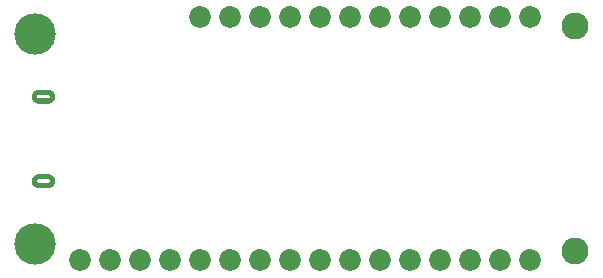
<source format=gbs>
G04*
G04 #@! TF.GenerationSoftware,Altium Limited,Altium Designer,20.2.6 (244)*
G04*
G04 Layer_Color=16711935*
%FSLAX25Y25*%
%MOIN*%
G70*
G04*
G04 #@! TF.SameCoordinates,35E5D78F-83E5-4AAB-BCDB-BF6E4E5D2065*
G04*
G04*
G04 #@! TF.FilePolarity,Negative*
G04*
G01*
G75*
%ADD64C,0.07284*%
%ADD65C,0.09000*%
%ADD66C,0.13800*%
G36*
X11425Y33288D02*
X14375D01*
X14379Y33288D01*
X14383Y33288D01*
X14491Y33285D01*
X14499Y33285D01*
X14506D01*
X14614Y33276D01*
X14622Y33275D01*
X14629Y33274D01*
X14737Y33260D01*
X14744Y33259D01*
X14752Y33258D01*
X14859Y33238D01*
X14866Y33236D01*
X14874Y33235D01*
X14979Y33210D01*
X14986Y33207D01*
X14994Y33206D01*
X15098Y33175D01*
X15105Y33172D01*
X15112Y33170D01*
X15214Y33134D01*
X15221Y33131D01*
X15229Y33128D01*
X15329Y33087D01*
X15336Y33084D01*
X15343Y33081D01*
X15441Y33034D01*
X15447Y33030D01*
X15454Y33027D01*
X15550Y32976D01*
X15556Y32971D01*
X15563Y32968D01*
X15655Y32911D01*
X15662Y32907D01*
X15668Y32903D01*
X15757Y32842D01*
X15764Y32837D01*
X15770Y32832D01*
X15856Y32767D01*
X15862Y32761D01*
X15868Y32757D01*
X15950Y32686D01*
X15956Y32681D01*
X15962Y32676D01*
X16040Y32602D01*
X16046Y32596D01*
X16051Y32591D01*
X16126Y32512D01*
X16131Y32506D01*
X16136Y32501D01*
X16206Y32418D01*
X16211Y32412D01*
X16216Y32406D01*
X16282Y32320D01*
X16286Y32314D01*
X16291Y32308D01*
X16352Y32219D01*
X16356Y32212D01*
X16361Y32206D01*
X16417Y32113D01*
X16421Y32107D01*
X16425Y32100D01*
X16477Y32005D01*
X16480Y31998D01*
X16484Y31991D01*
X16530Y31893D01*
X16533Y31886D01*
X16537Y31879D01*
X16578Y31779D01*
X16580Y31772D01*
X16584Y31765D01*
X16620Y31663D01*
X16622Y31655D01*
X16625Y31648D01*
X16655Y31544D01*
X16657Y31537D01*
X16659Y31529D01*
X16685Y31424D01*
X16686Y31416D01*
X16688Y31409D01*
X16707Y31302D01*
X16708Y31295D01*
X16710Y31287D01*
X16724Y31180D01*
X16725Y31172D01*
X16726Y31165D01*
X16734Y31057D01*
Y31049D01*
X16735Y31041D01*
X16738Y30933D01*
X16737Y30918D01*
X16737Y30903D01*
X16727Y30775D01*
X16726Y30767D01*
X16726Y30758D01*
X16711Y30646D01*
X16709Y30638D01*
X16709Y30631D01*
X16688Y30519D01*
X16686Y30512D01*
X16685Y30504D01*
X16658Y30393D01*
X16656Y30386D01*
X16654Y30378D01*
X16622Y30270D01*
X16619Y30263D01*
X16617Y30255D01*
X16579Y30148D01*
X16576Y30141D01*
X16574Y30134D01*
X16530Y30029D01*
X16527Y30022D01*
X16524Y30014D01*
X16475Y29912D01*
X16471Y29905D01*
X16468Y29898D01*
X16414Y29798D01*
X16410Y29792D01*
X16406Y29785D01*
X16347Y29688D01*
X16342Y29682D01*
X16338Y29675D01*
X16274Y29582D01*
X16269Y29576D01*
X16265Y29569D01*
X16196Y29479D01*
X16191Y29473D01*
X16186Y29467D01*
X16112Y29381D01*
X16107Y29375D01*
X16102Y29369D01*
X16024Y29287D01*
X16018Y29282D01*
X16013Y29276D01*
X15931Y29198D01*
X15925Y29193D01*
X15919Y29188D01*
X15833Y29114D01*
X15827Y29109D01*
X15821Y29104D01*
X15731Y29035D01*
X15724Y29031D01*
X15718Y29026D01*
X15625Y28962D01*
X15618Y28958D01*
X15612Y28953D01*
X15515Y28894D01*
X15508Y28890D01*
X15502Y28886D01*
X15402Y28832D01*
X15395Y28829D01*
X15388Y28825D01*
X15286Y28776D01*
X15278Y28773D01*
X15271Y28770D01*
X15167Y28726D01*
X15159Y28724D01*
X15152Y28721D01*
X15045Y28683D01*
X15037Y28681D01*
X15030Y28678D01*
X14921Y28646D01*
X14914Y28644D01*
X14907Y28642D01*
X14796Y28615D01*
X14788Y28614D01*
X14781Y28612D01*
X14669Y28591D01*
X14662Y28591D01*
X14654Y28589D01*
X14542Y28574D01*
X14534Y28574D01*
X14526Y28573D01*
X14413Y28564D01*
X14405D01*
X14398Y28563D01*
X14284Y28560D01*
X14277Y28560D01*
X14270Y28560D01*
X14175Y28562D01*
X11225D01*
X11221Y28562D01*
X11217Y28562D01*
X11109Y28565D01*
X11102Y28566D01*
X11094D01*
X10986Y28574D01*
X10978Y28576D01*
X10971Y28576D01*
X10863Y28590D01*
X10856Y28592D01*
X10848Y28593D01*
X10741Y28612D01*
X10734Y28614D01*
X10726Y28615D01*
X10621Y28641D01*
X10614Y28643D01*
X10606Y28645D01*
X10502Y28675D01*
X10495Y28678D01*
X10488Y28680D01*
X10386Y28716D01*
X10379Y28719D01*
X10371Y28722D01*
X10271Y28763D01*
X10264Y28767D01*
X10257Y28770D01*
X10159Y28816D01*
X10153Y28820D01*
X10146Y28823D01*
X10050Y28875D01*
X10044Y28879D01*
X10037Y28883D01*
X9945Y28939D01*
X9938Y28944D01*
X9932Y28948D01*
X9843Y29009D01*
X9837Y29014D01*
X9830Y29018D01*
X9744Y29084D01*
X9738Y29089D01*
X9732Y29094D01*
X9650Y29164D01*
X9644Y29169D01*
X9638Y29174D01*
X9560Y29249D01*
X9555Y29255D01*
X9549Y29260D01*
X9474Y29338D01*
X9470Y29344D01*
X9464Y29350D01*
X9394Y29432D01*
X9389Y29438D01*
X9384Y29444D01*
X9318Y29530D01*
X9314Y29537D01*
X9309Y29542D01*
X9248Y29632D01*
X9244Y29638D01*
X9239Y29645D01*
X9183Y29737D01*
X9179Y29744D01*
X9175Y29750D01*
X9123Y29845D01*
X9120Y29853D01*
X9116Y29859D01*
X9070Y29957D01*
X9067Y29964D01*
X9063Y29971D01*
X9022Y30071D01*
X9020Y30079D01*
X9016Y30086D01*
X8980Y30188D01*
X8978Y30195D01*
X8975Y30202D01*
X8945Y30306D01*
X8943Y30314D01*
X8941Y30321D01*
X8915Y30426D01*
X8914Y30434D01*
X8912Y30441D01*
X8892Y30548D01*
X8892Y30556D01*
X8890Y30563D01*
X8876Y30670D01*
X8875Y30678D01*
X8874Y30686D01*
X8866Y30794D01*
Y30801D01*
X8865Y30809D01*
X8862Y30918D01*
X8863Y30932D01*
X8863Y30947D01*
X8873Y31076D01*
X8874Y31084D01*
X8874Y31092D01*
X8889Y31205D01*
X8891Y31212D01*
X8891Y31220D01*
X8912Y31331D01*
X8914Y31339D01*
X8915Y31347D01*
X8942Y31457D01*
X8944Y31464D01*
X8946Y31472D01*
X8978Y31581D01*
X8981Y31588D01*
X8983Y31595D01*
X9021Y31702D01*
X9024Y31710D01*
X9026Y31717D01*
X9070Y31822D01*
X9073Y31829D01*
X9076Y31836D01*
X9125Y31938D01*
X9129Y31945D01*
X9132Y31952D01*
X9186Y32052D01*
X9190Y32058D01*
X9194Y32065D01*
X9253Y32162D01*
X9258Y32168D01*
X9262Y32175D01*
X9326Y32269D01*
X9331Y32275D01*
X9335Y32281D01*
X9404Y32371D01*
X9409Y32377D01*
X9414Y32383D01*
X9488Y32469D01*
X9493Y32475D01*
X9498Y32481D01*
X9576Y32563D01*
X9582Y32568D01*
X9587Y32574D01*
X9669Y32653D01*
X9675Y32657D01*
X9681Y32663D01*
X9767Y32737D01*
X9773Y32741D01*
X9779Y32746D01*
X9869Y32815D01*
X9876Y32820D01*
X9882Y32825D01*
X9975Y32889D01*
X9982Y32893D01*
X9988Y32897D01*
X10085Y32956D01*
X10092Y32960D01*
X10098Y32964D01*
X10198Y33018D01*
X10205Y33022D01*
X10212Y33026D01*
X10315Y33074D01*
X10322Y33077D01*
X10329Y33081D01*
X10434Y33124D01*
X10441Y33126D01*
X10448Y33130D01*
X10555Y33167D01*
X10562Y33169D01*
X10570Y33172D01*
X10678Y33204D01*
X10686Y33206D01*
X10694Y33209D01*
X10804Y33235D01*
X10812Y33236D01*
X10819Y33238D01*
X10931Y33259D01*
X10938Y33260D01*
X10946Y33261D01*
X11058Y33276D01*
X11066Y33277D01*
X11074Y33278D01*
X11187Y33287D01*
X11195D01*
X11202Y33288D01*
X11316Y33290D01*
X11323Y33290D01*
X11330Y33290D01*
X11425Y33288D01*
D02*
G37*
G36*
X11425Y61438D02*
X14375D01*
X14379Y61438D01*
X14383Y61438D01*
X14491Y61435D01*
X14498Y61434D01*
X14506D01*
X14614Y61426D01*
X14622Y61424D01*
X14629Y61424D01*
X14737Y61410D01*
X14744Y61408D01*
X14752Y61408D01*
X14859Y61388D01*
X14866Y61386D01*
X14874Y61385D01*
X14979Y61359D01*
X14986Y61357D01*
X14994Y61355D01*
X15098Y61325D01*
X15105Y61322D01*
X15112Y61320D01*
X15214Y61284D01*
X15221Y61281D01*
X15229Y61278D01*
X15329Y61237D01*
X15336Y61233D01*
X15343Y61230D01*
X15441Y61184D01*
X15447Y61180D01*
X15454Y61177D01*
X15550Y61125D01*
X15556Y61121D01*
X15563Y61117D01*
X15655Y61061D01*
X15662Y61056D01*
X15668Y61052D01*
X15757Y60991D01*
X15764Y60986D01*
X15770Y60982D01*
X15856Y60916D01*
X15862Y60911D01*
X15868Y60906D01*
X15950Y60836D01*
X15956Y60830D01*
X15962Y60826D01*
X16040Y60751D01*
X16045Y60745D01*
X16051Y60740D01*
X16126Y60662D01*
X16130Y60656D01*
X16136Y60650D01*
X16206Y60568D01*
X16211Y60562D01*
X16216Y60556D01*
X16282Y60470D01*
X16286Y60464D01*
X16291Y60457D01*
X16352Y60368D01*
X16356Y60361D01*
X16361Y60355D01*
X16417Y60263D01*
X16421Y60256D01*
X16425Y60250D01*
X16477Y60154D01*
X16480Y60147D01*
X16484Y60141D01*
X16530Y60043D01*
X16533Y60036D01*
X16537Y60029D01*
X16578Y59929D01*
X16580Y59921D01*
X16584Y59914D01*
X16620Y59812D01*
X16622Y59805D01*
X16625Y59798D01*
X16655Y59694D01*
X16657Y59686D01*
X16659Y59679D01*
X16685Y59574D01*
X16686Y59566D01*
X16688Y59558D01*
X16707Y59452D01*
X16708Y59444D01*
X16710Y59437D01*
X16724Y59329D01*
X16725Y59322D01*
X16726Y59314D01*
X16734Y59206D01*
Y59198D01*
X16735Y59191D01*
X16738Y59083D01*
X16737Y59068D01*
X16737Y59053D01*
X16727Y58924D01*
X16726Y58916D01*
X16726Y58908D01*
X16711Y58795D01*
X16709Y58788D01*
X16709Y58780D01*
X16688Y58669D01*
X16686Y58661D01*
X16685Y58653D01*
X16658Y58543D01*
X16656Y58536D01*
X16654Y58528D01*
X16622Y58419D01*
X16619Y58412D01*
X16617Y58404D01*
X16579Y58298D01*
X16576Y58290D01*
X16574Y58283D01*
X16530Y58178D01*
X16527Y58171D01*
X16524Y58164D01*
X16475Y58062D01*
X16471Y58055D01*
X16468Y58048D01*
X16414Y57948D01*
X16410Y57942D01*
X16406Y57935D01*
X16347Y57838D01*
X16342Y57832D01*
X16338Y57825D01*
X16274Y57731D01*
X16269Y57725D01*
X16265Y57719D01*
X16196Y57629D01*
X16191Y57623D01*
X16186Y57617D01*
X16112Y57530D01*
X16107Y57525D01*
X16102Y57519D01*
X16024Y57437D01*
X16018Y57432D01*
X16013Y57426D01*
X15931Y57348D01*
X15925Y57343D01*
X15919Y57337D01*
X15833Y57263D01*
X15827Y57259D01*
X15821Y57254D01*
X15731Y57185D01*
X15724Y57180D01*
X15718Y57175D01*
X15625Y57111D01*
X15618Y57107D01*
X15612Y57103D01*
X15515Y57043D01*
X15508Y57040D01*
X15502Y57036D01*
X15402Y56982D01*
X15395Y56978D01*
X15388Y56975D01*
X15285Y56926D01*
X15278Y56923D01*
X15271Y56919D01*
X15167Y56876D01*
X15159Y56874D01*
X15152Y56870D01*
X15045Y56832D01*
X15037Y56831D01*
X15030Y56828D01*
X14921Y56796D01*
X14914Y56794D01*
X14907Y56792D01*
X14796Y56765D01*
X14789Y56764D01*
X14781Y56762D01*
X14670Y56741D01*
X14662Y56740D01*
X14654Y56739D01*
X14542Y56724D01*
X14534Y56723D01*
X14526Y56722D01*
X14413Y56713D01*
X14405D01*
X14398Y56713D01*
X14284Y56710D01*
X14277Y56710D01*
X14270Y56709D01*
X14175Y56712D01*
X11225D01*
X11221Y56712D01*
X11217Y56712D01*
X11109Y56715D01*
X11101Y56715D01*
X11094D01*
X10986Y56724D01*
X10978Y56725D01*
X10971Y56726D01*
X10863Y56740D01*
X10856Y56741D01*
X10848Y56742D01*
X10741Y56762D01*
X10734Y56764D01*
X10726Y56765D01*
X10621Y56790D01*
X10614Y56793D01*
X10606Y56794D01*
X10502Y56825D01*
X10495Y56828D01*
X10488Y56830D01*
X10386Y56866D01*
X10379Y56869D01*
X10371Y56871D01*
X10271Y56913D01*
X10264Y56916D01*
X10257Y56919D01*
X10159Y56966D01*
X10153Y56970D01*
X10146Y56973D01*
X10050Y57025D01*
X10044Y57029D01*
X10037Y57032D01*
X9945Y57089D01*
X9938Y57093D01*
X9932Y57097D01*
X9843Y57158D01*
X9837Y57163D01*
X9830Y57168D01*
X9744Y57234D01*
X9738Y57239D01*
X9732Y57243D01*
X9650Y57314D01*
X9644Y57319D01*
X9638Y57324D01*
X9560Y57398D01*
X9555Y57404D01*
X9549Y57409D01*
X9474Y57488D01*
X9469Y57494D01*
X9464Y57499D01*
X9394Y57582D01*
X9389Y57588D01*
X9384Y57594D01*
X9318Y57680D01*
X9314Y57686D01*
X9309Y57692D01*
X9248Y57781D01*
X9244Y57788D01*
X9239Y57794D01*
X9183Y57887D01*
X9179Y57894D01*
X9175Y57900D01*
X9123Y57995D01*
X9120Y58002D01*
X9116Y58009D01*
X9070Y58107D01*
X9067Y58114D01*
X9063Y58121D01*
X9022Y58221D01*
X9020Y58228D01*
X9016Y58235D01*
X8980Y58337D01*
X8978Y58345D01*
X8975Y58352D01*
X8945Y58456D01*
X8943Y58463D01*
X8941Y58471D01*
X8915Y58576D01*
X8914Y58584D01*
X8912Y58591D01*
X8892Y58697D01*
X8892Y58705D01*
X8890Y58713D01*
X8876Y58820D01*
X8875Y58828D01*
X8874Y58836D01*
X8866Y58943D01*
Y58951D01*
X8865Y58959D01*
X8862Y59067D01*
X8863Y59082D01*
X8863Y59097D01*
X8873Y59225D01*
X8874Y59233D01*
X8874Y59242D01*
X8889Y59354D01*
X8891Y59362D01*
X8891Y59369D01*
X8912Y59481D01*
X8914Y59488D01*
X8915Y59496D01*
X8942Y59606D01*
X8944Y59614D01*
X8946Y59622D01*
X8978Y59730D01*
X8981Y59737D01*
X8983Y59745D01*
X9021Y59852D01*
X9024Y59859D01*
X9026Y59866D01*
X9070Y59971D01*
X9073Y59978D01*
X9076Y59986D01*
X9125Y60088D01*
X9129Y60095D01*
X9132Y60102D01*
X9186Y60202D01*
X9190Y60208D01*
X9194Y60215D01*
X9253Y60312D01*
X9258Y60318D01*
X9262Y60325D01*
X9326Y60418D01*
X9331Y60424D01*
X9335Y60431D01*
X9404Y60521D01*
X9409Y60527D01*
X9414Y60533D01*
X9488Y60619D01*
X9493Y60625D01*
X9498Y60631D01*
X9576Y60713D01*
X9582Y60718D01*
X9587Y60724D01*
X9669Y60802D01*
X9675Y60807D01*
X9681Y60812D01*
X9767Y60886D01*
X9773Y60891D01*
X9779Y60896D01*
X9869Y60965D01*
X9876Y60969D01*
X9882Y60974D01*
X9975Y61038D01*
X9982Y61042D01*
X9988Y61047D01*
X10085Y61106D01*
X10092Y61110D01*
X10098Y61114D01*
X10198Y61168D01*
X10205Y61171D01*
X10212Y61175D01*
X10314Y61224D01*
X10322Y61227D01*
X10329Y61230D01*
X10434Y61274D01*
X10441Y61276D01*
X10448Y61279D01*
X10555Y61317D01*
X10562Y61319D01*
X10570Y61322D01*
X10678Y61354D01*
X10686Y61356D01*
X10694Y61358D01*
X10804Y61385D01*
X10812Y61386D01*
X10819Y61388D01*
X10931Y61409D01*
X10938Y61409D01*
X10946Y61411D01*
X11058Y61426D01*
X11066Y61426D01*
X11074Y61427D01*
X11187Y61436D01*
X11195D01*
X11202Y61437D01*
X11316Y61440D01*
X11323Y61440D01*
X11330Y61440D01*
X11425Y61438D01*
D02*
G37*
%LPC*%
G36*
X14371Y31515D02*
X11229D01*
X11194Y31514D01*
X11163Y31512D01*
X11133Y31508D01*
X11103Y31502D01*
X11073Y31495D01*
X11043Y31486D01*
X11014Y31475D01*
X10986Y31464D01*
X10958Y31451D01*
X10930Y31436D01*
X10904Y31420D01*
X10879Y31402D01*
X10854Y31383D01*
X10831Y31363D01*
X10808Y31342D01*
X10787Y31320D01*
X10767Y31296D01*
X10748Y31272D01*
X10731Y31246D01*
X10715Y31220D01*
X10700Y31193D01*
X10687Y31165D01*
X10675Y31137D01*
X10665Y31107D01*
X10656Y31078D01*
X10649Y31048D01*
X10643Y31017D01*
X10639Y30987D01*
X10637Y30956D01*
X10636Y30925D01*
X10637Y30894D01*
X10639Y30863D01*
X10643Y30833D01*
X10649Y30803D01*
X10656Y30773D01*
X10665Y30743D01*
X10675Y30714D01*
X10687Y30685D01*
X10700Y30658D01*
X10715Y30630D01*
X10731Y30604D01*
X10748Y30579D01*
X10767Y30554D01*
X10787Y30531D01*
X10808Y30508D01*
X10831Y30487D01*
X10854Y30467D01*
X10879Y30448D01*
X10904Y30431D01*
X10931Y30415D01*
X10958Y30400D01*
X10986Y30387D01*
X11014Y30375D01*
X11043Y30365D01*
X11073Y30356D01*
X11102Y30349D01*
X11133Y30343D01*
X11163Y30339D01*
X11194Y30336D01*
X11229Y30336D01*
X14371D01*
X14406Y30336D01*
X14436Y30339D01*
X14467Y30343D01*
X14497Y30349D01*
X14527Y30356D01*
X14557Y30365D01*
X14586Y30375D01*
X14615Y30387D01*
X14642Y30400D01*
X14670Y30415D01*
X14696Y30431D01*
X14721Y30448D01*
X14746Y30467D01*
X14769Y30487D01*
X14792Y30508D01*
X14813Y30531D01*
X14833Y30554D01*
X14852Y30579D01*
X14869Y30604D01*
X14885Y30630D01*
X14900Y30658D01*
X14913Y30685D01*
X14925Y30714D01*
X14935Y30743D01*
X14944Y30773D01*
X14951Y30803D01*
X14957Y30833D01*
X14961Y30863D01*
X14964Y30894D01*
X14964Y30925D01*
X14964Y30956D01*
X14961Y30987D01*
X14957Y31017D01*
X14952Y31048D01*
X14944Y31078D01*
X14935Y31107D01*
X14925Y31137D01*
X14913Y31165D01*
X14900Y31193D01*
X14885Y31220D01*
X14869Y31246D01*
X14852Y31272D01*
X14833Y31296D01*
X14813Y31320D01*
X14792Y31342D01*
X14769Y31363D01*
X14746Y31383D01*
X14721Y31402D01*
X14696Y31420D01*
X14670Y31436D01*
X14642Y31450D01*
X14615Y31464D01*
X14586Y31475D01*
X14557Y31486D01*
X14527Y31495D01*
X14497Y31502D01*
X14467Y31508D01*
X14436Y31512D01*
X14406Y31514D01*
X14371Y31515D01*
D02*
G37*
G36*
Y59664D02*
X11229D01*
X11194Y59663D01*
X11163Y59661D01*
X11133Y59657D01*
X11103Y59651D01*
X11073Y59644D01*
X11043Y59636D01*
X11014Y59625D01*
X10985Y59613D01*
X10958Y59600D01*
X10930Y59585D01*
X10904Y59569D01*
X10879Y59552D01*
X10854Y59533D01*
X10831Y59513D01*
X10808Y59492D01*
X10787Y59469D01*
X10767Y59446D01*
X10748Y59421D01*
X10731Y59396D01*
X10715Y59370D01*
X10700Y59342D01*
X10687Y59315D01*
X10675Y59286D01*
X10665Y59257D01*
X10656Y59227D01*
X10649Y59197D01*
X10643Y59167D01*
X10639Y59136D01*
X10637Y59106D01*
X10636Y59075D01*
X10637Y59044D01*
X10639Y59013D01*
X10643Y58983D01*
X10649Y58952D01*
X10656Y58922D01*
X10665Y58893D01*
X10675Y58863D01*
X10687Y58835D01*
X10700Y58807D01*
X10715Y58780D01*
X10731Y58754D01*
X10748Y58728D01*
X10767Y58704D01*
X10787Y58680D01*
X10808Y58658D01*
X10831Y58637D01*
X10854Y58617D01*
X10879Y58598D01*
X10904Y58580D01*
X10930Y58564D01*
X10958Y58550D01*
X10986Y58536D01*
X11014Y58525D01*
X11043Y58514D01*
X11073Y58505D01*
X11103Y58498D01*
X11133Y58492D01*
X11163Y58489D01*
X11194Y58486D01*
X11229Y58485D01*
X14371D01*
X14406Y58486D01*
X14436Y58489D01*
X14467Y58492D01*
X14497Y58498D01*
X14527Y58505D01*
X14557Y58514D01*
X14586Y58525D01*
X14615Y58536D01*
X14642Y58549D01*
X14670Y58564D01*
X14696Y58580D01*
X14721Y58598D01*
X14746Y58617D01*
X14769Y58637D01*
X14792Y58658D01*
X14813Y58680D01*
X14833Y58704D01*
X14852Y58728D01*
X14869Y58754D01*
X14885Y58780D01*
X14900Y58807D01*
X14913Y58835D01*
X14925Y58863D01*
X14935Y58893D01*
X14944Y58922D01*
X14952Y58952D01*
X14957Y58983D01*
X14961Y59013D01*
X14964Y59044D01*
X14964Y59075D01*
X14964Y59106D01*
X14961Y59136D01*
X14957Y59167D01*
X14951Y59197D01*
X14944Y59227D01*
X14935Y59257D01*
X14925Y59286D01*
X14913Y59315D01*
X14900Y59342D01*
X14885Y59370D01*
X14869Y59396D01*
X14852Y59421D01*
X14833Y59446D01*
X14813Y59469D01*
X14792Y59492D01*
X14769Y59513D01*
X14746Y59533D01*
X14721Y59552D01*
X14696Y59569D01*
X14670Y59585D01*
X14642Y59600D01*
X14615Y59613D01*
X14586Y59625D01*
X14557Y59636D01*
X14527Y59644D01*
X14498Y59651D01*
X14467Y59657D01*
X14436Y59661D01*
X14406Y59663D01*
X14371Y59664D01*
D02*
G37*
%LPD*%
D64*
X175000Y85500D02*
D03*
X165000D02*
D03*
X155000D02*
D03*
X145000D02*
D03*
X135000D02*
D03*
X125000D02*
D03*
X115000D02*
D03*
X105000D02*
D03*
X95000D02*
D03*
X85000D02*
D03*
X75000D02*
D03*
X65000D02*
D03*
X25000Y4500D02*
D03*
X35000D02*
D03*
X45000D02*
D03*
X55000D02*
D03*
X65000D02*
D03*
X75000D02*
D03*
X85000D02*
D03*
X95000D02*
D03*
X105000D02*
D03*
X115000D02*
D03*
X125000D02*
D03*
X135000D02*
D03*
X145000D02*
D03*
X155000D02*
D03*
X165000D02*
D03*
X175000D02*
D03*
D65*
X190000Y7500D02*
D03*
Y82500D02*
D03*
D66*
X10000Y10000D02*
D03*
Y80000D02*
D03*
M02*

</source>
